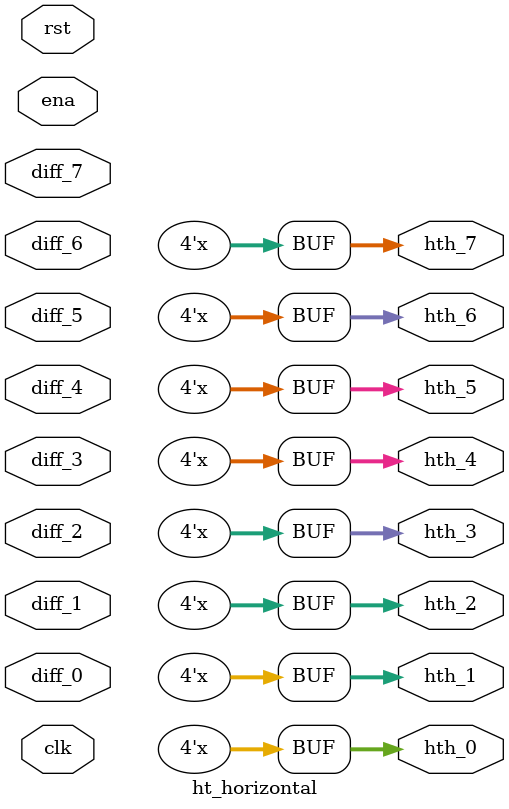
<source format=v>
`timescale 1ns / 1ps


//8 de largura, 16 de altura
//8 bits 
module ht_horizontal #(parameter LENGTH = 0, parameter WIDTH = 0, parameter HEIGHT = 0) 
   (input  clk,
    input  rst,
    input  ena,
    input wire signed [LENGTH:0]diff_0,
    input wire signed [LENGTH:0]diff_1,
    input wire signed [LENGTH:0]diff_2,
    input wire signed [LENGTH:0]diff_3,
    input wire signed [LENGTH:0]diff_4,
    input wire signed [LENGTH:0]diff_5,
    input wire signed [LENGTH:0]diff_6,
    input wire signed [LENGTH:0]diff_7,
    output wire signed [(LENGTH+3):0]hth_0,
    output wire signed [(LENGTH+3):0]hth_1,
    output wire signed [(LENGTH+3):0]hth_2,
    output wire signed [(LENGTH+3):0]hth_3,
    output wire signed [(LENGTH+3):0]hth_4,
    output wire signed [(LENGTH+3):0]hth_5,
    output wire signed [(LENGTH+3):0]hth_6,
    output wire signed [(LENGTH+3):0]hth_7);

    localparam n = 3;
    //7 eh o valor do parametro LENGHT (nao consegui usar o parametro aqui, nem localparam)
    
     assign hth_0 = (({{n{diff_0[7]}}, diff_0} + {{n{diff_4[LENGTH]}},diff_4}) + ({{n{diff_2[7]}},diff_2} + {{n{diff_6[LENGTH]}},diff_6})) + (({{n{diff_1[7]}},diff_1} + {{n{diff_5[7]}},diff_5}) + ({{n{diff_3[7]}},diff_3} + {{n{diff_7[7]}},diff_7}));
     assign hth_1 = (({{n{diff_0[7]}}, diff_0} + {{n{diff_4[LENGTH]}},diff_4}) + ({{n{diff_2[7]}},diff_2} + {{n{diff_6[LENGTH]}},diff_6})) - (({{n{diff_1[7]}},diff_1} + {{n{diff_5[7]}},diff_5}) + ({{n{diff_3[7]}},diff_3} + {{n{diff_7[7]}},diff_7}));
     assign hth_2 = (({{n{diff_0[7]}}, diff_0} + {{n{diff_4[LENGTH]}},diff_4}) - ({{n{diff_2[7]}},diff_2} + {{n{diff_6[LENGTH]}},diff_6})) + (({{n{diff_1[7]}},diff_1} + {{n{diff_5[7]}},diff_5}) - ({{n{diff_3[7]}},diff_3} + {{n{diff_7[7]}},diff_7}));
     assign hth_3 = (({{n{diff_0[7]}}, diff_0} + {{n{diff_4[LENGTH]}},diff_4}) - ({{n{diff_2[7]}},diff_2} + {{n{diff_6[LENGTH]}},diff_6})) - (({{n{diff_1[7]}},diff_1} + {{n{diff_5[7]}},diff_5}) - ({{n{diff_3[7]}},diff_3} + {{n{diff_7[7]}},diff_7}));
     assign hth_4 = (({{n{diff_0[7]}}, diff_0} - {{n{diff_4[LENGTH]}},diff_4}) + ({{n{diff_2[7]}},diff_2} - {{n{diff_6[LENGTH]}},diff_6})) + (({{n{diff_1[7]}},diff_1} - {{n{diff_5[7]}},diff_5}) + ({{n{diff_3[7]}},diff_3} - {{n{diff_7[7]}},diff_7}));
     assign hth_5 = (({{n{diff_0[7]}}, diff_0} - {{n{diff_4[LENGTH]}},diff_4}) + ({{n{diff_2[7]}},diff_2} - {{n{diff_6[LENGTH]}},diff_6})) - (({{n{diff_1[7]}},diff_1} - {{n{diff_5[7]}},diff_5}) + ({{n{diff_3[7]}},diff_3} - {{n{diff_7[7]}},diff_7}));
     assign hth_6 = (({{n{diff_0[7]}}, diff_0} - {{n{diff_4[LENGTH]}},diff_4}) - ({{n{diff_2[7]}},diff_2} - {{n{diff_6[LENGTH]}},diff_6})) + (({{n{diff_1[7]}},diff_1} - {{n{diff_5[7]}},diff_5}) - ({{n{diff_3[7]}},diff_3} - {{n{diff_7[7]}},diff_7}));
     assign hth_7 = (({{n{diff_0[7]}}, diff_0} - {{n{diff_4[LENGTH]}},diff_4}) - ({{n{diff_2[7]}},diff_2} - {{n{diff_6[LENGTH]}},diff_6})) - (({{n{diff_1[7]}},diff_1} - {{n{diff_5[7]}},diff_5}) - ({{n{diff_3[7]}},diff_3} - {{n{diff_7[7]}},diff_7}));


endmodule



</source>
